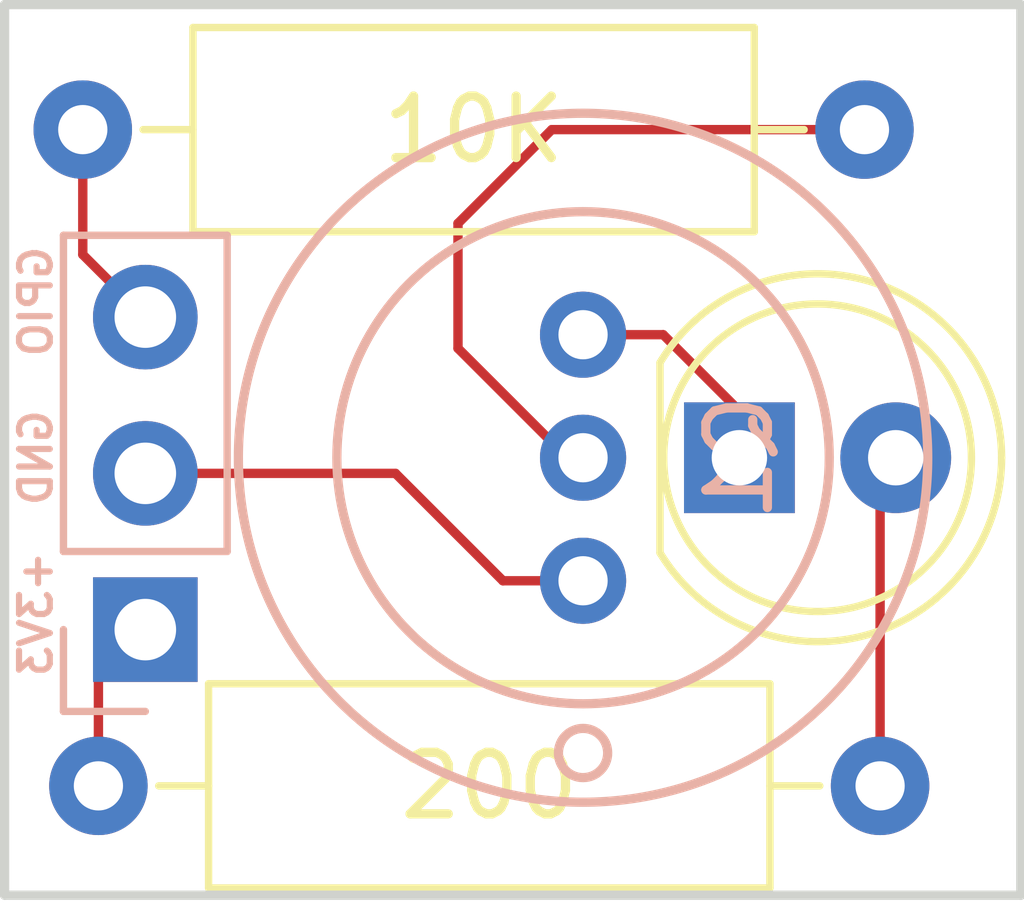
<source format=kicad_pcb>
(kicad_pcb (version 4) (host pcbnew 4.0.5)

  (general
    (links 6)
    (no_connects 0)
    (area 128.194999 111.684999 144.855001 126.313001)
    (thickness 1.6)
    (drawings 7)
    (tracks 17)
    (zones 0)
    (modules 5)
    (nets 7)
  )

  (page A4)
  (layers
    (0 F.Cu signal)
    (31 B.Cu signal)
    (33 F.Adhes user)
    (34 B.Paste user)
    (35 F.Paste user)
    (36 B.SilkS user)
    (37 F.SilkS user)
    (38 B.Mask user)
    (39 F.Mask user)
    (40 Dwgs.User user)
    (41 Cmts.User user)
    (42 Eco1.User user)
    (43 Eco2.User user)
    (44 Edge.Cuts user)
    (45 Margin user)
    (47 F.CrtYd user)
    (49 F.Fab user)
  )

  (setup
    (last_trace_width 0.1524)
    (trace_clearance 0.1524)
    (zone_clearance 0.508)
    (zone_45_only no)
    (trace_min 0.1524)
    (segment_width 0.2)
    (edge_width 0.15)
    (via_size 0.6858)
    (via_drill 0.3302)
    (via_min_size 0.6858)
    (via_min_drill 0.3302)
    (uvia_size 0.762)
    (uvia_drill 0.508)
    (uvias_allowed no)
    (uvia_min_size 0)
    (uvia_min_drill 0)
    (pcb_text_width 0.3)
    (pcb_text_size 1.5 1.5)
    (mod_edge_width 0.15)
    (mod_text_size 1 1)
    (mod_text_width 0.15)
    (pad_size 1.524 1.524)
    (pad_drill 0.762)
    (pad_to_mask_clearance 0.2)
    (aux_axis_origin 0 0)
    (grid_origin 128.016 111.506)
    (visible_elements FFFFFF7F)
    (pcbplotparams
      (layerselection 0x00030_80000001)
      (usegerberextensions false)
      (excludeedgelayer true)
      (linewidth 0.100000)
      (plotframeref false)
      (viasonmask false)
      (mode 1)
      (useauxorigin false)
      (hpglpennumber 1)
      (hpglpenspeed 20)
      (hpglpendiameter 15)
      (hpglpenoverlay 2)
      (psnegative false)
      (psa4output false)
      (plotreference true)
      (plotvalue true)
      (plotinvisibletext false)
      (padsonsilk false)
      (subtractmaskfromsilk false)
      (outputformat 1)
      (mirror false)
      (drillshape 1)
      (scaleselection 1)
      (outputdirectory ""))
  )

  (net 0 "")
  (net 1 "Net-(D1-Pad1)")
  (net 2 "Net-(D1-Pad2)")
  (net 3 "Net-(Q1-Pad2)")
  (net 4 GND)
  (net 5 +3V3)
  (net 6 /GPIO)

  (net_class Default "This is the default net class."
    (clearance 0.1524)
    (trace_width 0.1524)
    (via_dia 0.6858)
    (via_drill 0.3302)
    (uvia_dia 0.762)
    (uvia_drill 0.508)
    (add_net +3V3)
    (add_net /GPIO)
    (add_net GND)
    (add_net "Net-(D1-Pad1)")
    (add_net "Net-(D1-Pad2)")
    (add_net "Net-(Q1-Pad2)")
  )

  (module Project:Pin_Header_Straight_1x03_Pitch2.54mm (layer B.Cu) (tedit 58D3DADC) (tstamp 58D3DE31)
    (at 130.556 121.92)
    (descr "Through hole straight pin header, 1x03, 2.54mm pitch, single row")
    (tags "Through hole pin header THT 1x03 2.54mm single row")
    (path /58D3DB60)
    (fp_text reference P1 (at 0 2.33) (layer B.SilkS) hide
      (effects (font (size 1 1) (thickness 0.15)) (justify mirror))
    )
    (fp_text value CONN_01X03 (at 0 -7.41) (layer B.Fab) hide
      (effects (font (size 1 1) (thickness 0.15)) (justify mirror))
    )
    (fp_line (start -1.27 1.27) (end -1.27 -6.35) (layer B.Fab) (width 0.1))
    (fp_line (start -1.27 -6.35) (end 1.27 -6.35) (layer B.Fab) (width 0.1))
    (fp_line (start 1.27 -6.35) (end 1.27 1.27) (layer B.Fab) (width 0.1))
    (fp_line (start 1.27 1.27) (end -1.27 1.27) (layer B.Fab) (width 0.1))
    (fp_line (start -1.33 -1.27) (end -1.33 -6.41) (layer B.SilkS) (width 0.12))
    (fp_line (start -1.33 -6.41) (end 1.33 -6.41) (layer B.SilkS) (width 0.12))
    (fp_line (start 1.33 -6.41) (end 1.33 -1.27) (layer B.SilkS) (width 0.12))
    (fp_line (start 1.33 -1.27) (end -1.33 -1.27) (layer B.SilkS) (width 0.12))
    (fp_line (start -1.33 0) (end -1.33 1.33) (layer B.SilkS) (width 0.12))
    (fp_line (start -1.33 1.33) (end 0 1.33) (layer B.SilkS) (width 0.12))
    (fp_line (start -1.8 1.8) (end -1.8 -6.85) (layer B.CrtYd) (width 0.05))
    (fp_line (start -1.8 -6.85) (end 1.8 -6.85) (layer B.CrtYd) (width 0.05))
    (fp_line (start 1.8 -6.85) (end 1.8 1.8) (layer B.CrtYd) (width 0.05))
    (fp_line (start 1.8 1.8) (end -1.8 1.8) (layer B.CrtYd) (width 0.05))
    (fp_text user %R (at 0 2.33) (layer B.Fab) hide
      (effects (font (size 1 1) (thickness 0.15)) (justify mirror))
    )
    (pad 1 thru_hole rect (at 0 0) (size 1.7 1.7) (drill 1) (layers *.Cu *.Mask)
      (net 5 +3V3))
    (pad 2 thru_hole oval (at 0 -2.54) (size 1.7 1.7) (drill 1) (layers *.Cu *.Mask)
      (net 4 GND))
    (pad 3 thru_hole oval (at 0 -5.08) (size 1.7 1.7) (drill 1) (layers *.Cu *.Mask)
      (net 6 /GPIO))
    (model ${KISYS3DMOD}/Pin_Headers.3dshapes/Pin_Header_Straight_1x03_Pitch2.54mm.wrl
      (at (xyz 0 -0.1 0))
      (scale (xyz 1 1 1))
      (rotate (xyz 0 0 90))
    )
  )

  (module Project:R_Axial_DIN0309_L9.0mm_D3.2mm_P12.70mm_Horizontal (layer F.Cu) (tedit 58D3DA36) (tstamp 58D3D6A1)
    (at 142.24 113.792 180)
    (descr "Resistor, Axial_DIN0309 series, Axial, Horizontal, pin pitch=12.7mm, 0.5W = 1/2W, length*diameter=9*3.2mm^2, http://cdn-reichelt.de/documents/datenblatt/B400/1_4W%23YAG.pdf")
    (tags "Resistor Axial_DIN0309 series Axial Horizontal pin pitch 12.7mm 0.5W = 1/2W length 9mm diameter 3.2mm")
    (path /58D3CCC8)
    (fp_text reference R2 (at 6.35 -2.66 180) (layer F.SilkS) hide
      (effects (font (size 1 1) (thickness 0.15)))
    )
    (fp_text value 10K (at 6.35 0 180) (layer F.SilkS)
      (effects (font (size 1 1) (thickness 0.15)))
    )
    (fp_line (start 1.85 -1.6) (end 1.85 1.6) (layer F.Fab) (width 0.1))
    (fp_line (start 1.85 1.6) (end 10.85 1.6) (layer F.Fab) (width 0.1))
    (fp_line (start 10.85 1.6) (end 10.85 -1.6) (layer F.Fab) (width 0.1))
    (fp_line (start 10.85 -1.6) (end 1.85 -1.6) (layer F.Fab) (width 0.1))
    (fp_line (start 0 0) (end 1.85 0) (layer F.Fab) (width 0.1))
    (fp_line (start 12.7 0) (end 10.85 0) (layer F.Fab) (width 0.1))
    (fp_line (start 1.79 -1.66) (end 1.79 1.66) (layer F.SilkS) (width 0.12))
    (fp_line (start 1.79 1.66) (end 10.91 1.66) (layer F.SilkS) (width 0.12))
    (fp_line (start 10.91 1.66) (end 10.91 -1.66) (layer F.SilkS) (width 0.12))
    (fp_line (start 10.91 -1.66) (end 1.79 -1.66) (layer F.SilkS) (width 0.12))
    (fp_line (start 0.98 0) (end 1.79 0) (layer F.SilkS) (width 0.12))
    (fp_line (start 11.72 0) (end 10.91 0) (layer F.SilkS) (width 0.12))
    (fp_line (start -1.05 -1.95) (end -1.05 1.95) (layer F.CrtYd) (width 0.05))
    (fp_line (start -1.05 1.95) (end 13.75 1.95) (layer F.CrtYd) (width 0.05))
    (fp_line (start 13.75 1.95) (end 13.75 -1.95) (layer F.CrtYd) (width 0.05))
    (fp_line (start 13.75 -1.95) (end -1.05 -1.95) (layer F.CrtYd) (width 0.05))
    (pad 1 thru_hole circle (at 0 0 180) (size 1.6 1.6) (drill 0.8) (layers *.Cu *.Mask)
      (net 3 "Net-(Q1-Pad2)"))
    (pad 2 thru_hole oval (at 12.7 0 180) (size 1.6 1.6) (drill 0.8) (layers *.Cu *.Mask)
      (net 6 /GPIO))
    (model Resistors_THT.3dshapes/R_Axial_DIN0309_L9.0mm_D3.2mm_P12.70mm_Horizontal.wrl
      (at (xyz 0 0 0))
      (scale (xyz 0.393701 0.393701 0.393701))
      (rotate (xyz 0 0 0))
    )
  )

  (module Project:OldSowjetaera_Transistor_Type-I_SmallPads (layer B.Cu) (tedit 58D3DA51) (tstamp 58D3D675)
    (at 137.668 119.126 90)
    (path /58D3D338)
    (fp_text reference Q1 (at 0 2.54 90) (layer B.SilkS)
      (effects (font (size 1 1) (thickness 0.15)) (justify mirror))
    )
    (fp_text value PN2222A (at 8.89 -1.27 90) (layer B.Fab) hide
      (effects (font (size 1 1) (thickness 0.15)) (justify mirror))
    )
    (fp_circle (center -4.8 0) (end -4.8 -0.4) (layer B.SilkS) (width 0.15))
    (fp_circle (center 0 0) (end 4 0) (layer B.SilkS) (width 0.15))
    (fp_circle (center 0 0) (end 5.6 0) (layer B.SilkS) (width 0.15))
    (pad 2 thru_hole circle (at 0 0 90) (size 1.4 1.4) (drill 0.8) (layers *.Cu *.Mask)
      (net 3 "Net-(Q1-Pad2)"))
    (pad 1 thru_hole circle (at -2 0 90) (size 1.4 1.4) (drill 0.8) (layers *.Cu *.Mask)
      (net 4 GND))
    (pad 3 thru_hole circle (at 2 0 90) (size 1.4 1.4) (drill 0.8) (layers *.Cu *.Mask)
      (net 1 "Net-(D1-Pad1)"))
    (model Transistors_OldSowjetAera.3dshapes/OldSowjetaera_Transistor_Type-I_SmallPads.wrl
      (at (xyz 0 0 0))
      (scale (xyz 0.3937 0.3937 0.3937))
      (rotate (xyz 0 0 0))
    )
  )

  (module Project:LED_D5.0mm (layer F.Cu) (tedit 58D3DA68) (tstamp 58D3D66B)
    (at 140.208 119.126)
    (descr "LED, diameter 5.0mm, 2 pins, http://cdn-reichelt.de/documents/datenblatt/A500/LL-504BC2E-009.pdf")
    (tags "LED diameter 5.0mm 2 pins")
    (path /58D3CBD5)
    (fp_text reference D1 (at 1.27 -3.96) (layer F.SilkS) hide
      (effects (font (size 1 1) (thickness 0.15)))
    )
    (fp_text value LED (at 1.27 3.96) (layer F.Fab) hide
      (effects (font (size 1 1) (thickness 0.15)))
    )
    (fp_arc (start 1.27 0) (end -1.23 -1.469694) (angle 299.1) (layer F.Fab) (width 0.1))
    (fp_arc (start 1.27 0) (end -1.29 -1.54483) (angle 148.9) (layer F.SilkS) (width 0.12))
    (fp_arc (start 1.27 0) (end -1.29 1.54483) (angle -148.9) (layer F.SilkS) (width 0.12))
    (fp_circle (center 1.27 0) (end 3.77 0) (layer F.Fab) (width 0.1))
    (fp_circle (center 1.27 0) (end 3.77 0) (layer F.SilkS) (width 0.12))
    (fp_line (start -1.23 -1.469694) (end -1.23 1.469694) (layer F.Fab) (width 0.1))
    (fp_line (start -1.29 -1.545) (end -1.29 1.545) (layer F.SilkS) (width 0.12))
    (fp_line (start -1.95 -3.25) (end -1.95 3.25) (layer F.CrtYd) (width 0.05))
    (fp_line (start -1.95 3.25) (end 4.5 3.25) (layer F.CrtYd) (width 0.05))
    (fp_line (start 4.5 3.25) (end 4.5 -3.25) (layer F.CrtYd) (width 0.05))
    (fp_line (start 4.5 -3.25) (end -1.95 -3.25) (layer F.CrtYd) (width 0.05))
    (pad 1 thru_hole rect (at 0 0) (size 1.8 1.8) (drill 0.9) (layers *.Cu *.Mask)
      (net 1 "Net-(D1-Pad1)"))
    (pad 2 thru_hole circle (at 2.54 0) (size 1.8 1.8) (drill 0.9) (layers *.Cu *.Mask)
      (net 2 "Net-(D1-Pad2)"))
    (model LEDs.3dshapes/LED_D5.0mm.wrl
      (at (xyz 0 0 0))
      (scale (xyz 0.393701 0.393701 0.393701))
      (rotate (xyz 0 0 0))
    )
  )

  (module Project:R_Axial_DIN0309_L9.0mm_D3.2mm_P12.70mm_Horizontal (layer F.Cu) (tedit 58D3DA83) (tstamp 58D3D68B)
    (at 129.794 124.46)
    (descr "Resistor, Axial_DIN0309 series, Axial, Horizontal, pin pitch=12.7mm, 0.5W = 1/2W, length*diameter=9*3.2mm^2, http://cdn-reichelt.de/documents/datenblatt/B400/1_4W%23YAG.pdf")
    (tags "Resistor Axial_DIN0309 series Axial Horizontal pin pitch 12.7mm 0.5W = 1/2W length 9mm diameter 3.2mm")
    (path /58D3CC1F)
    (fp_text reference R1 (at 6.35 -2.66) (layer F.SilkS) hide
      (effects (font (size 1 1) (thickness 0.15)))
    )
    (fp_text value 200 (at 6.35 0) (layer F.SilkS)
      (effects (font (size 1 1) (thickness 0.15)))
    )
    (fp_line (start 1.85 -1.6) (end 1.85 1.6) (layer F.Fab) (width 0.1))
    (fp_line (start 1.85 1.6) (end 10.85 1.6) (layer F.Fab) (width 0.1))
    (fp_line (start 10.85 1.6) (end 10.85 -1.6) (layer F.Fab) (width 0.1))
    (fp_line (start 10.85 -1.6) (end 1.85 -1.6) (layer F.Fab) (width 0.1))
    (fp_line (start 0 0) (end 1.85 0) (layer F.Fab) (width 0.1))
    (fp_line (start 12.7 0) (end 10.85 0) (layer F.Fab) (width 0.1))
    (fp_line (start 1.79 -1.66) (end 1.79 1.66) (layer F.SilkS) (width 0.12))
    (fp_line (start 1.79 1.66) (end 10.91 1.66) (layer F.SilkS) (width 0.12))
    (fp_line (start 10.91 1.66) (end 10.91 -1.66) (layer F.SilkS) (width 0.12))
    (fp_line (start 10.91 -1.66) (end 1.79 -1.66) (layer F.SilkS) (width 0.12))
    (fp_line (start 0.98 0) (end 1.79 0) (layer F.SilkS) (width 0.12))
    (fp_line (start 11.72 0) (end 10.91 0) (layer F.SilkS) (width 0.12))
    (fp_line (start -1.05 -1.95) (end -1.05 1.95) (layer F.CrtYd) (width 0.05))
    (fp_line (start -1.05 1.95) (end 13.75 1.95) (layer F.CrtYd) (width 0.05))
    (fp_line (start 13.75 1.95) (end 13.75 -1.95) (layer F.CrtYd) (width 0.05))
    (fp_line (start 13.75 -1.95) (end -1.05 -1.95) (layer F.CrtYd) (width 0.05))
    (pad 1 thru_hole circle (at 0 0) (size 1.6 1.6) (drill 0.8) (layers *.Cu *.Mask)
      (net 5 +3V3))
    (pad 2 thru_hole oval (at 12.7 0) (size 1.6 1.6) (drill 0.8) (layers *.Cu *.Mask)
      (net 2 "Net-(D1-Pad2)"))
    (model Resistors_THT.3dshapes/R_Axial_DIN0309_L9.0mm_D3.2mm_P12.70mm_Horizontal.wrl
      (at (xyz 0 0 0))
      (scale (xyz 0.393701 0.393701 0.393701))
      (rotate (xyz 0 0 0))
    )
  )

  (gr_line (start 144.78 111.76) (end 128.27 111.76) (angle 90) (layer Edge.Cuts) (width 0.15))
  (gr_line (start 144.78 126.238) (end 144.78 111.76) (angle 90) (layer Edge.Cuts) (width 0.15))
  (gr_line (start 128.27 126.238) (end 144.78 126.238) (angle 90) (layer Edge.Cuts) (width 0.15))
  (gr_line (start 128.27 111.76) (end 128.27 126.238) (angle 90) (layer Edge.Cuts) (width 0.15))
  (gr_text +3V3 (at 128.778 121.666 90) (layer B.SilkS)
    (effects (font (size 0.5 0.5) (thickness 0.1)) (justify mirror))
  )
  (gr_text GND (at 128.778 119.126 90) (layer B.SilkS)
    (effects (font (size 0.5 0.5) (thickness 0.1)) (justify mirror))
  )
  (gr_text GPIO (at 128.778 116.586 90) (layer B.SilkS)
    (effects (font (size 0.5 0.5) (thickness 0.1)) (justify mirror))
  )

  (segment (start 140.208 119.126) (end 140.208 118.364) (width 0.1524) (layer F.Cu) (net 1) (status C00000))
  (segment (start 140.208 118.364) (end 138.97 117.126) (width 0.1524) (layer F.Cu) (net 1) (tstamp 58D3E103) (status 400000))
  (segment (start 138.97 117.126) (end 137.668 117.126) (width 0.1524) (layer F.Cu) (net 1) (tstamp 58D3E105) (status 800000))
  (segment (start 142.494 124.46) (end 142.494 119.38) (width 0.1524) (layer F.Cu) (net 2) (status C00000))
  (segment (start 142.494 119.38) (end 142.748 119.126) (width 0.1524) (layer F.Cu) (net 2) (tstamp 58D3E100) (status C00000))
  (segment (start 137.668 119.126) (end 137.414 119.126) (width 0.1524) (layer F.Cu) (net 3) (status C00000))
  (segment (start 137.414 119.126) (end 135.636 117.348) (width 0.1524) (layer F.Cu) (net 3) (tstamp 58D3E10F) (status 400000))
  (segment (start 135.636 117.348) (end 135.636 115.316) (width 0.1524) (layer F.Cu) (net 3) (tstamp 58D3E110))
  (segment (start 135.636 115.316) (end 137.16 113.792) (width 0.1524) (layer F.Cu) (net 3) (tstamp 58D3E113))
  (segment (start 137.16 113.792) (end 142.24 113.792) (width 0.1524) (layer F.Cu) (net 3) (tstamp 58D3E115) (status 800000))
  (segment (start 137.668 121.126) (end 136.366 121.126) (width 0.1524) (layer F.Cu) (net 4) (status 400000))
  (segment (start 134.62 119.38) (end 130.556 119.38) (width 0.1524) (layer F.Cu) (net 4) (tstamp 58D3E10B) (status 800000))
  (segment (start 136.366 121.126) (end 134.62 119.38) (width 0.1524) (layer F.Cu) (net 4) (tstamp 58D3E109))
  (segment (start 129.794 124.46) (end 129.794 122.682) (width 0.1524) (layer F.Cu) (net 5) (status C00000))
  (segment (start 129.794 122.682) (end 130.556 121.92) (width 0.1524) (layer F.Cu) (net 5) (tstamp 58D3E0FC) (status C00000))
  (segment (start 129.54 113.792) (end 129.54 115.824) (width 0.1524) (layer F.Cu) (net 6) (status 400000))
  (segment (start 129.54 115.824) (end 130.556 116.84) (width 0.1524) (layer F.Cu) (net 6) (tstamp 58D3E0F8) (status 800000))

)

</source>
